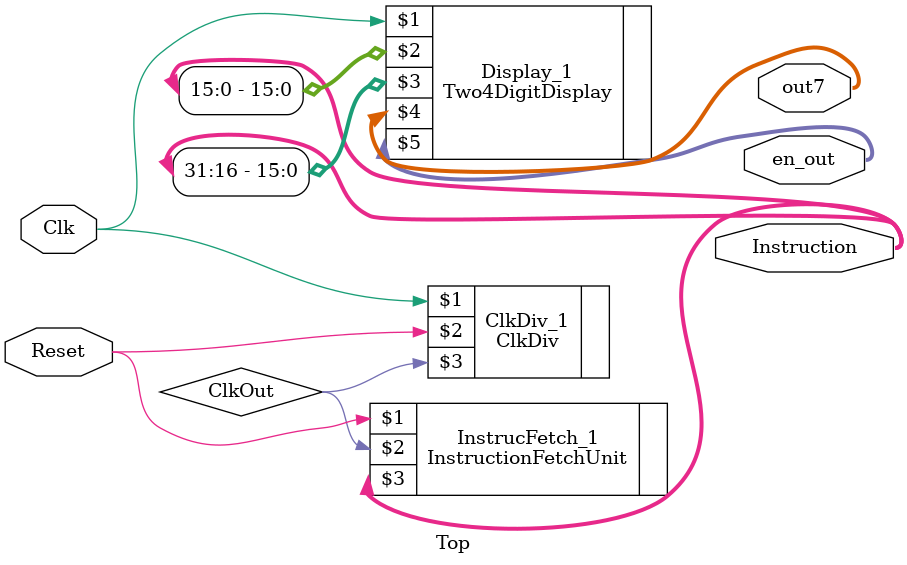
<source format=v>
`timescale 1ns / 1ps


module Top(Reset, Clk, Instruction, out7, en_out);
    input Reset, Clk;
    output [31:0]Instruction;
    output [6:0] out7; //seg a, b, ... g
    output [7:0] en_out;
    wire ClkOut;
    
    ClkDiv ClkDiv_1(Clk, Reset, ClkOut);
    InstructionFetchUnit InstrucFetch_1(Reset, ClkOut, Instruction);
    Two4DigitDisplay Display_1(Clk, Instruction[15:0], Instruction[31:16], out7, en_out);
    
endmodule

</source>
